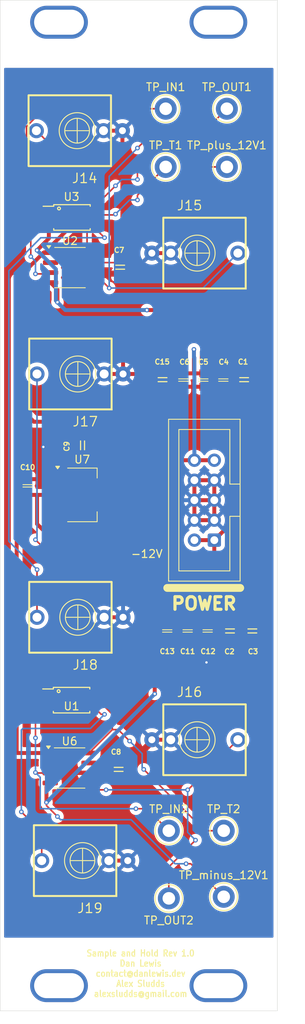
<source format=kicad_pcb>
(kicad_pcb (version 20240108) (generator "pcbnew") (generator_version "8.0")
  (layers (0 "F.Cu" signal) (31 "B.Cu" signal) (34 "B.Paste" user) (35 "F.Paste" user) (36 "B.SilkS" user "B.Silkscreen") (37 "F.SilkS" user "F.Silkscreen") (38 "B.Mask" user) (39 "F.Mask" user) (44 "Edge.Cuts" user))
  (net 0 "")
  (net 1 "+12V")
  (net 2 "GND")
  (net 3 "-12VA")
  (net 4 "5V")
  (net 5 "/out1")
  (net 6 "/out2")
  (net 7 "Net-(U1A--)")
  (net 8 "Net-(U1B--)")
  (net 9 "/T1")
  (net 10 "/T2")
  (net 11 "/Adj1")
  (net 12 "/Adj2")
  (net 13 "Net-(J14-SIG)")
  (net 14 "Net-(J17-SIG)")
  (net 15 "Net-(J18-SIG)")
  (net 16 "Net-(J19-SIG)")
  (net 17 "Net-(U2-I)")
  (net 18 "Net-(U2-Hold)")
  (footprint "TestPoint:TestPoint_Keystone_5005-5009_Compact" (layer "F.Cu") (at 87.4 119.8)
    (property "Reference" "TP_T2" (at 0 -2.75 0) (layer "F.SilkS"))
    (property "Value" "TestPoint" (hide yes))
    (pad "1" thru_hole circle (at 0 0) (size 2.8 2.8) (drill 1.6) (layers "*.Cu" "*.Mask") (net 8 "Net-(U1B--)"))
  )
  (footprint "4ms_Capacitor:C_0805" (layer "F.Cu") (at 79.6 62.45 -90)
    (property "Reference" "C15" (at -2.65 -1 180) (layer "F.SilkS") (effects (font (size 0.65 0.65)) (justify right top)))
    (property "Value" "22uF_0603_16V" (hide yes))
    (pad "1" smd rect (at -0.95 0 270) (size 0.7 1.3) (layers "F.Cu" "F.Paste" "F.Mask") (net 1 "+12V"))
    (pad "2" smd rect (at 0.95 0 270) (size 0.7 1.3) (layers "F.Cu" "F.Paste" "F.Mask") (net 2 "GND"))
  )
  (footprint "TestPoint:TestPoint_Keystone_5005-5009_Compact" (layer "F.Cu") (at 80 35.4)
    (property "Reference" "TP_T1" (at 0 -2.75 0) (layer "F.SilkS"))
    (property "Value" "TestPoint" (hide yes))
    (pad "1" thru_hole circle (at 0 0) (size 2.8 2.8) (drill 1.6) (layers "*.Cu" "*.Mask") (net 18 "Net-(U2-Hold)"))
  )
  (footprint "TestPoint:TestPoint_Keystone_5005-5009_Compact" (layer "F.Cu") (at 87.8 35.4)
    (property "Reference" "TP_plus_12V1" (at 0 -2.75 0) (layer "F.SilkS"))
    (property "Value" "TestPoint" (hide yes))
    (pad "1" thru_hole circle (at 0 0) (size 2.8 2.8) (drill 1.6) (layers "*.Cu" "*.Mask") (net 1 "+12V"))
  )
  (footprint "4ms_Package_SSOP:TSSOP-8_4.4x3mm_Pitch0.65mm" (layer "F.Cu") (at 68.05 41.825)
    (property "Reference" "U3" (at -0.05 -2.625 0) (layer "F.SilkS"))
    (property "Value" "TL072")
    (pad "1" smd rect (at -2.95 -0.975) (size 1.45 0.45) (layers "F.Cu" "F.Paste" "F.Mask") (net 17 "Net-(U2-I)") (clearance 0.1))
    (pad "2" smd rect (at -2.95 -0.325) (size 1.45 0.45) (layers "F.Cu" "F.Paste" "F.Mask") (net 17 "Net-(U2-I)") (clearance 0.1))
    (pad "3" smd rect (at -2.95 0.325) (size 1.45 0.45) (layers "F.Cu" "F.Paste" "F.Mask") (net 13 "Net-(J14-SIG)") (clearance 0.1))
    (pad "4" smd rect (at -2.95 0.975) (size 1.45 0.45) (layers "F.Cu" "F.Paste" "F.Mask") (net 3 "-12VA") (clearance 0.1))
    (pad "5" smd rect (at 2.95 0.975) (size 1.45 0.45) (layers "F.Cu" "F.Paste" "F.Mask") (net 15 "Net-(J18-SIG)") (clearance 0.1))
    (pad "6" smd rect (at 2.95 0.325) (size 1.45 0.45) (layers "F.Cu" "F.Paste" "F.Mask") (net 18 "Net-(U2-Hold)") (clearance 0.1))
    (pad "7" smd rect (at 2.95 -0.325) (size 1.45 0.45) (layers "F.Cu" "F.Paste" "F.Mask") (net 18 "Net-(U2-Hold)") (clearance 0.1))
    (pad "8" smd rect (at 2.95 -0.975) (size 1.45 0.45) (layers "F.Cu" "F.Paste" "F.Mask") (net 1 "+12V") (clearance 0.1))
  )
  (footprint "TestPoint:TestPoint_Keystone_5005-5009_Compact" (layer "F.Cu") (at 80.4 119.8)
    (property "Reference" "TP_IN2" (at 0 -2.75 0) (layer "F.SilkS"))
    (property "Value" "TestPoint" (hide yes))
    (pad "1" thru_hole circle (at 0 0) (size 2.8 2.8) (drill 1.6) (layers "*.Cu" "*.Mask") (net 7 "Net-(U1A--)"))
  )
  (footprint "Package_SO:SOIC-8_3.9x4.9mm_P1.27mm" (layer "F.Cu") (at 67.75 111.825)
    (property "Reference" "U6" (at 0 -3.4 0) (layer "F.SilkS"))
    (property "Value" "LF398_SOIC8" (hide yes))
    (pad "1" smd roundrect (at -2.475 -1.905) (size 1.95 0.6) (layers "F.Cu" "F.Paste" "F.Mask") (net 1 "+12V"))
    (pad "2" smd roundrect (at -2.475 -0.635) (size 1.95 0.6) (layers "F.Cu" "F.Paste" "F.Mask") (net 12 "/Adj2"))
    (pad "3" smd roundrect (at -2.475 0.635) (size 1.95 0.6) (layers "F.Cu" "F.Paste" "F.Mask") (net 7 "Net-(U1A--)"))
    (pad "4" smd roundrect (at -2.475 1.905) (size 1.95 0.6) (layers "F.Cu" "F.Paste" "F.Mask") (net 3 "-12VA"))
    (pad "5" smd roundrect (at 2.475 1.905) (size 1.95 0.6) (layers "F.Cu" "F.Paste" "F.Mask") (net 6 "/out2"))
    (pad "6" smd roundrect (at 2.475 0.635) (size 1.95 0.6) (layers "F.Cu" "F.Paste" "F.Mask") (net 2 "GND"))
    (pad "7" smd roundrect (at 2.475 -0.635) (size 1.95 0.6) (layers "F.Cu" "F.Paste" "F.Mask") (net 10 "/T2"))
    (pad "8" smd roundrect (at 2.475 -1.905) (size 1.95 0.6) (layers "F.Cu" "F.Paste" "F.Mask") (net 8 "Net-(U1B--)"))
  )
  (footprint "4ms_Capacitor:C_0805" (layer "F.Cu") (at 90 62.45 -90)
    (property "Reference" "C1" (at -2.65 -0.6 180) (layer "F.SilkS") (effects (font (size 0.65 0.65)) (justify right top)))
    (property "Value" "22uF_0603_16V" (hide yes))
    (pad "1" smd rect (at -0.95 0 270) (size 0.7 1.3) (layers "F.Cu" "F.Paste" "F.Mask") (net 1 "+12V"))
    (pad "2" smd rect (at 0.95 0 270) (size 0.7 1.3) (layers "F.Cu" "F.Paste" "F.Mask") (net 2 "GND"))
  )
  (footprint "TestPoint:TestPoint_Keystone_5005-5009_Compact" (layer "F.Cu") (at 80.4 128.4)
    (property "Reference" "TP_OUT2" (at 0 2.8 0) (layer "F.SilkS"))
    (property "Value" "TestPoint" (hide yes))
    (pad "1" thru_hole circle (at 0 0) (size 2.8 2.8) (drill 1.6) (layers "*.Cu" "*.Mask") (net 6 "/out2"))
  )
  (footprint "4ms_Capacitor:C_0603" (layer "F.Cu") (at 85.35 94.4 90)
    (property "Reference" "C12" (at -2.6 0.05 180) (layer "F.SilkS") (effects (font (size 0.65 0.65))))
    (property "Value" "100nF_0603_16V" (hide yes))
    (pad "1" smd rect (at -0.85 0 90) (size 1 1) (layers "F.Cu" "F.Paste" "F.Mask") (net 2 "GND"))
    (pad "2" smd rect (at 0.85 0 90) (size 1 1) (layers "F.Cu" "F.Paste" "F.Mask") (net 3 "-12VA"))
  )
  (footprint "4ms_Capacitor:C_0805" (layer "F.Cu") (at 69.4 70.8 180)
    (property "Reference" "C9" (at 2.4 0.6 90) (layer "F.SilkS") (effects (font (size 0.65 0.65)) (justify right top)))
    (property "Value" "0.1uF_0805_50V" (hide yes))
    (pad "1" smd rect (at -0.95 0 180) (size 0.7 1.3) (layers "F.Cu" "F.Paste" "F.Mask") (net 1 "+12V"))
    (pad "2" smd rect (at 0.95 0 180) (size 0.7 1.3) (layers "F.Cu" "F.Paste" "F.Mask") (net 2 "GND"))
  )
  (footprint "4ms_Jack:EighthInch_PJ398SM" (layer "F.Cu") (at 68.8 92.663332)
    (property "Reference" "J18" (at -0.76 6.76 0) (layer "F.SilkS") (effects (font (size 1.2065 1.2065) (thickness 0.1524)) (justify left bottom)))
    (property "Value" "3.5mm_Mono_Switched_sm" (hide yes))
    (pad "1" thru_hole circle (at -5.207 0) (size 1.9304 1.9304) (drill 1.143) (layers "*.Cu" "*.Mask") (net 15 "Net-(J18-SIG)"))
    (pad "2" thru_hole circle (at 5.7658 0) (size 1.9304 1.9304) (drill 0.889) (layers "*.Cu" "*.Mask") (net 2 "GND"))
    (pad "3" thru_hole circle (at 3.3528 0) (size 1.9304 1.9304) (drill 1.143) (layers "*.Cu" "*.Mask") (net 2 "GND"))
  )
  (footprint "4ms_Jack:EighthInch_PJ398SM" (layer "F.Cu") (at 69.4 123.6)
    (property "Reference" "J19" (at -0.76 6.76 0) (layer "F.SilkS") (effects (font (size 1.2065 1.2065) (thickness 0.1524)) (justify left bottom)))
    (property "Value" "3.5mm_Mono_Switched_sm" (hide yes))
    (pad "1" thru_hole circle (at -5.207 0) (size 1.9304 1.9304) (drill 1.143) (layers "*.Cu" "*.Mask") (net 16 "Net-(J19-SIG)"))
    (pad "2" thru_hole circle (at 5.7658 0) (size 1.9304 1.9304) (drill 0.889) (layers "*.Cu" "*.Mask") (net 2 "GND"))
    (pad "3" thru_hole circle (at 3.3528 0) (size 1.9304 1.9304) (drill 1.143) (layers "*.Cu" "*.Mask") (net 2 "GND"))
  )
  (footprint "Package_TO_SOT_SMD:SOT-223-3_TabPin2" (layer "F.Cu") (at 69.35 77.1)
    (property "Reference" "U7" (at 0 -4.5 0) (layer "F.SilkS"))
    (property "Value" "LD1117S50TR_SOT223" (hide yes))
    (pad "1" smd roundrect (at -3.15 -2.3) (size 2 1.5) (layers "F.Cu" "F.Paste" "F.Mask") (net 2 "GND"))
    (pad "2" smd roundrect (at -3.15 0) (size 2 1.5) (layers "F.Cu" "F.Paste" "F.Mask") (net 4 "5V"))
    (pad "2" smd roundrect (at 3.15 0) (size 2 3.8) (layers "F.Cu" "F.Paste" "F.Mask") (net 4 "5V"))
    (pad "3" smd roundrect (at -3.15 2.3) (size 2 1.5) (layers "F.Cu" "F.Paste" "F.Mask") (net 1 "+12V"))
  )
  (footprint "4ms_Jack:EighthInch_PJ398SM" (layer "F.Cu") (at 68.8 61.726666)
    (property "Reference" "J17" (at -0.76 6.76 0) (layer "F.SilkS") (effects (font (size 1.2065 1.2065) (thickness 0.1524)) (justify left bottom)))
    (property "Value" "3.5mm_Mono_Switched_sm" (hide yes))
    (pad "1" thru_hole circle (at -5.207 0) (size 1.9304 1.9304) (drill 1.143) (layers "*.Cu" "*.Mask") (net 14 "Net-(J17-SIG)"))
    (pad "2" thru_hole circle (at 5.7658 0) (size 1.9304 1.9304) (drill 0.889) (layers "*.Cu" "*.Mask") (net 2 "GND"))
    (pad "3" thru_hole circle (at 3.3528 0) (size 1.9304 1.9304) (drill 1.143) (layers "*.Cu" "*.Mask") (net 2 "GND"))
  )
  (footprint "4ms_Capacitor:C_0603" (layer "F.Cu") (at 82.8 94.4 90)
    (property "Reference" "C11" (at -2.6 0 180) (layer "F.SilkS") (effects (font (size 0.65 0.65))))
    (property "Value" "100nF_0603_16V" (hide yes))
    (pad "1" smd rect (at -0.85 0 90) (size 1 1) (layers "F.Cu" "F.Paste" "F.Mask") (net 2 "GND"))
    (pad "2" smd rect (at 0.85 0 90) (size 1 1) (layers "F.Cu" "F.Paste" "F.Mask") (net 3 "-12VA"))
  )
  (footprint "4ms_Capacitor:C_0603" (layer "F.Cu") (at 62.4 75.95 90)
    (property "Reference" "C10" (at 2.35 0 180) (layer "F.SilkS") (effects (font (size 0.65 0.65))))
    (property "Value" "10uF_0603_10V" (hide yes))
    (pad "1" smd rect (at -0.85 0 90) (size 1 1) (layers "F.Cu" "F.Paste" "F.Mask") (net 4 "5V"))
    (pad "2" smd rect (at 0.85 0 90) (size 1 1) (layers "F.Cu" "F.Paste" "F.Mask") (net 2 "GND"))
  )
  (footprint "4ms_Capacitor:C_0603" (layer "F.Cu") (at 87.35 62.5 -90)
    (property "Reference" "C4" (at -2.3 -0.05 180) (layer "F.SilkS") (effects (font (size 0.65 0.65))))
    (property "Value" "100nF_0603_16V" (hide yes))
    (pad "1" smd rect (at -0.85 0 270) (size 1 1) (layers "F.Cu" "F.Paste" "F.Mask") (net 1 "+12V"))
    (pad "2" smd rect (at 0.85 0 270) (size 1 1) (layers "F.Cu" "F.Paste" "F.Mask") (net 2 "GND"))
  )
  (footprint "4ms_Capacitor:C_0805" (layer "F.Cu") (at 88.2 94.4 90)
    (property "Reference" "C2" (at -3 -0.8 180) (layer "F.SilkS") (effects (font (size 0.65 0.65)) (justify left bottom)))
    (property "Value" "22uF_0603_16V" (hide yes))
    (pad "1" smd rect (at -0.95 0 90) (size 0.7 1.3) (layers "F.Cu" "F.Paste" "F.Mask") (net 2 "GND"))
    (pad "2" smd rect (at 0.95 0 90) (size 0.7 1.3) (layers "F.Cu" "F.Paste" "F.Mask") (net 3 "-12VA"))
  )
  (footprint "4ms_Jack:EighthInch_PJ398SM" (layer "F.Cu") (at 68.72 30.79)
    (property "Reference" "J14" (at -0.76 6.76 0) (layer "F.SilkS") (effects (font (size 1.2065 1.2065) (thickness 0.1524)) (justify left bottom)))
    (property "Value" "3.5mm_Mono_Switched_sm" (hide yes))
    (pad "1" thru_hole circle (at -5.207 0) (size 1.9304 1.9304) (drill 1.143) (layers "*.Cu" "*.Mask") (net 13 "Net-(J14-SIG)"))
    (pad "2" thru_hole circle (at 5.7658 0) (size 1.9304 1.9304) (drill 0.889) (layers "*.Cu" "*.Mask") (net 2 "GND"))
    (pad "3" thru_hole circle (at 3.3528 0) (size 1.9304 1.9304) (drill 1.143) (layers "*.Cu" "*.Mask") (net 2 "GND"))
  )
  (footprint "4ms_Faceplate:Faceplate_Rail_Mount_Slot_Plated" (layer "F.Cu") (at 86.8 139.2)
    (property "Reference" "H3" (hide yes))
    (property "Value" "MountingHole" (hide yes))
    (pad "1" thru_hole oval (at -0.08 0.3) (size 7.366 4.191) (drill oval 6.35 3.175) (layers "*.Cu" "*.Mask"))
  )
  (footprint "4ms_Jack:EighthInch_PJ398SM" (layer "F.Cu") (at 84 46.358333 180)
    (property "Reference" "J15" (at -0.76 6.76 360) (layer "F.SilkS") (effects (font (size 1.2065 1.2065) (thickness 0.1524)) (justify right top)))
    (property "Value" "3.5mm_Mono_Switched_sm" (hide yes))
    (pad "1" thru_hole circle (at -5.207 0 180) (size 1.9304 1.9304) (drill 1.143) (layers "*.Cu" "*.Mask") (net 5 "/out1"))
    (pad "2" thru_hole circle (at 5.7658 0 180) (size 1.9304 1.9304) (drill 0.889) (layers "*.Cu" "*.Mask") (net 2 "GND"))
    (pad "3" thru_hole circle (at 3.3528 0 180) (size 1.9304 1.9304) (drill 1.143) (layers "*.Cu" "*.Mask") (net 2 "GND"))
  )
  (footprint "4ms_Capacitor:C_0603" (layer "F.Cu") (at 80.2 94.4 90)
    (property "Reference" "C13" (at -2.6 0 180) (layer "F.SilkS") (effects (font (size 0.65 0.65))))
    (property "Value" "100nF_0603_16V" (hide yes))
    (pad "1" smd rect (at -0.85 0 90) (size 1 1) (layers "F.Cu" "F.Paste" "F.Mask") (net 2 "GND"))
    (pad "2" smd rect (at 0.85 0 90) (size 1 1) (layers "F.Cu" "F.Paste" "F.Mask") (net 3 "-12VA"))
  )
  (footprint "TestPoint:TestPoint_Keystone_5005-5009_Compact" (layer "F.Cu") (at 87.8 28)
    (property "Reference" "TP_OUT1" (at 0 -2.75 0) (layer "F.SilkS"))
    (property "Value" "TestPoint" (hide yes))
    (pad "1" thru_hole circle (at 0 0) (size 2.8 2.8) (drill 1.6) (layers "*.Cu" "*.Mask") (net 5 "/out1"))
  )
  (footprint "4ms_Faceplate:Faceplate_Rail_Mount_Slot_Plated" (layer "F.Cu") (at 97.2 17.8)
    (property "Reference" "H1" (hide yes))
    (property "Value" "MountingHole" (hide yes))
    (pad "1" thru_hole oval (at -10.48 -0.8) (size 7.366 4.191) (drill oval 6.35 3.175) (layers "*.Cu" "*.Mask"))
  )
  (footprint "4ms_Faceplate:Faceplate_Rail_Mount_Slot_Plated" (layer "F.Cu") (at 67.4 143.8)
    (property "Reference" "H4" (hide yes))
    (property "Value" "MountingHole" (hide yes))
    (pad "1" thru_hole oval (at -1 -4.3) (size 7.366 4.191) (drill oval 6.35 3.175) (layers "*.Cu" "*.Mask"))
  )
  (footprint "4ms_Connector:Pins_2x05_2.54mm_TH_EurorackPower_Shrouded" (layer "F.Cu") (at 84.93 77.7745)
    (property "Reference" "J12")
    (property "Value" "Eurorack_Power_10pin_Shrouded" (hide yes))
    (fp_text user "-12V" (at -7.33 6.8255 0) (layer "F.SilkS"))
    (fp_text user "POWER" (at -0.05 13.15 0) (layer "F.SilkS") (effects (font (size 1.6 1.6) (thickness 0.4))))
    (pad "1" thru_hole roundrect (at 1.27 5.08 180) (size 1.7 1.7) (drill 1) (layers "*.Cu" "*.Mask") (roundrect_rratio 0.147059) (net 3 "-12VA"))
    (pad "2" thru_hole circle (at -1.27 5.08 180) (size 1.7 1.7) (drill 1) (layers "*.Cu" "*.Mask") (net 3 "-12VA"))
    (pad "3" thru_hole circle (at 1.27 2.54 180) (size 1.7 1.7) (drill 1) (layers "*.Cu" "*.Mask") (net 2 "GND"))
    (pad "4" thru_hole circle (at -1.27 2.54 180) (size 1.7 1.7) (drill 1) (layers "*.Cu" "*.Mask") (net 2 "GND"))
    (pad "5" thru_hole circle (at 1.27 0 180) (size 1.7 1.7) (drill 1) (layers "*.Cu" "*.Mask") (net 2 "GND"))
    (pad "6" thru_hole circle (at -1.27 0 180) (size 1.7 1.7) (drill 1) (layers "*.Cu" "*.Mask") (net 2 "GND"))
    (pad "7" thru_hole circle (at 1.27 -2.54 180) (size 1.7 1.7) (drill 1) (layers "*.Cu" "*.Mask") (net 2 "GND"))
    (pad "8" thru_hole circle (at -1.27 -2.54 180) (size 1.7 1.7) (drill 1) (layers "*.Cu" "*.Mask") (net 2 "GND"))
    (pad "9" thru_hole circle (at 1.27 -5.08 180) (size 1.7 1.7) (drill 1) (layers "*.Cu" "*.Mask") (net 1 "+12V"))
    (pad "10" thru_hole circle (at -1.27 -5.08 180) (size 1.7 1.7) (drill 1) (layers "*.Cu" "*.Mask") (net 1 "+12V"))
  )
  (footprint "Package_SO:SOIC-8_3.9x4.9mm_P1.27mm" (layer "F.Cu") (at 67.8 48.2)
    (property "Reference" "U2" (at 0 -3.4 0) (layer "F.SilkS"))
    (property "Value" "LF398_SOIC8")
    (pad "1" smd roundrect (at -2.475 -1.905) (size 1.95 0.6) (layers "F.Cu" "F.Paste" "F.Mask") (net 1 "+12V"))
    (pad "2" smd roundrect (at -2.475 -0.635) (size 1.95 0.6) (layers "F.Cu" "F.Paste" "F.Mask") (net 11 "/Adj1"))
    (pad "3" smd roundrect (at -2.475 0.635) (size 1.95 0.6) (layers "F.Cu" "F.Paste" "F.Mask") (net 17 "Net-(U2-I)"))
    (pad "4" smd roundrect (at -2.475 1.905) (size 1.95 0.6) (layers "F.Cu" "F.Paste" "F.Mask") (net 3 "-12VA"))
    (pad "5" smd roundrect (at 2.475 1.905) (size 1.95 0.6) (layers "F.Cu" "F.Paste" "F.Mask") (net 5 "/out1"))
    (pad "6" smd roundrect (at 2.475 0.635) (size 1.95 0.6) (layers "F.Cu" "F.Paste" "F.Mask") (net 2 "GND"))
    (pad "7" smd roundrect (at 2.475 -0.635) (size 1.95 0.6) (layers "F.Cu" "F.Paste" "F.Mask") (net 9 "/T1"))
    (pad "8" smd roundrect (at 2.475 -1.905) (size 1.95 0.6) (layers "F.Cu" "F.Paste" "F.Mask") (net 18 "Net-(U2-Hold)"))
  )
  (footprint "4ms_Capacitor:C_0805" (layer "F.Cu") (at 91.05 94.4 90)
    (property "Reference" "C3" (at -3 -0.65 180) (layer "F.SilkS") (effects (font (size 0.65 0.65)) (justify left bottom)))
    (property "Value" "22uF_0603_16V" (hide yes))
    (pad "1" smd rect (at -0.95 0 90) (size 0.7 1.3) (layers "F.Cu" "F.Paste" "F.Mask") (net 2 "GND"))
    (pad "2" smd rect (at 0.95 0 90) (size 0.7 1.3) (layers "F.Cu" "F.Paste" "F.Mask") (net 3 "-12VA"))
  )
  (footprint "4ms_Capacitor:C_0805" (layer "F.Cu") (at 74.2 48.15 -90)
    (property "Reference" "C7" (at -2.55 -0.6 180) (layer "F.SilkS") (effects (font (size 0.65 0.65)) (justify right top)))
    (property "Value" "0.1uF_0805_50V")
    (pad "1" smd rect (at -0.95 0 270) (size 0.7 1.3) (layers "F.Cu" "F.Paste" "F.Mask") (net 9 "/T1"))
    (pad "2" smd rect (at 0.95 0 270) (size 0.7 1.3) (layers "F.Cu" "F.Paste" "F.Mask") (net 2 "GND"))
  )
  (footprint "TestPoint:TestPoint_Keystone_5005-5009_Compact" (layer "F.Cu") (at 87.4 128.2)
    (property "Reference" "TP_minus_12V1" (at 0 -2.75 0) (layer "F.SilkS"))
    (property "Value" "TestPoint" (hide yes))
    (pad "1" thru_hole circle (at 0 0) (size 2.8 2.8) (drill 1.6) (layers "*.Cu" "*.Mask") (net 3 "-12VA"))
  )
  (footprint "4ms_Capacitor:C_0805" (layer "F.Cu") (at 74 112 -90)
    (property "Reference" "C8" (at -2.6 -0.4 180) (layer "F.SilkS") (effects (font (size 0.65 0.65)) (justify right top)))
    (property "Value" "0.1uF_0805_50V" (hide yes))
    (pad "1" smd rect (at -0.95 0 270) (size 0.7 1.3) (layers "F.Cu" "F.Paste" "F.Mask") (net 10 "/T2"))
    (pad "2" smd rect (at 0.95 0 270) (size 0.7 1.3) (layers "F.Cu" "F.Paste" "F.Mask") (net 2 "GND"))
  )
  (footprint "4ms_Package_SSOP:TSSOP-8_4.4x3mm_Pitch0.65mm" (layer "F.Cu") (at 68 103.2)
    (property "Reference" "U1" (at 0 0.775 0) (layer "F.SilkS"))
    (property "Value" "TL072")
    (pad "1" smd rect (at -2.95 -0.975) (size 1.45 0.45) (layers "F.Cu" "F.Paste" "F.Mask") (net 7 "Net-(U1A--)") (clearance 0.1))
    (pad "2" smd rect (at -2.95 -0.325) (size 1.45 0.45) (layers "F.Cu" "F.Paste" "F.Mask") (net 7 "Net-(U1A--)") (clearance 0.1))
    (pad "3" smd rect (at -2.95 0.325) (size 1.45 0.45) (layers "F.Cu" "F.Paste" "F.Mask") (net 14 "Net-(J17-SIG)") (clearance 0.1))
    (pad "4" smd rect (at -2.95 0.975) (size 1.45 0.45) (layers "F.Cu" "F.Paste" "F.Mask") (net 2 "GND") (clearance 0.1))
    (pad "5" smd rect (at 2.95 0.975) (size 1.45 0.45) (layers "F.Cu" "F.Paste" "F.Mask") (net 16 "Net-(J19-SIG)") (clearance 0.1))
    (pad "6" smd rect (at 2.95 0.325) (size 1.45 0.45) (layers "F.Cu" "F.Paste" "F.Mask") (net 8 "Net-(U1B--)") (clearance 0.1))
    (pad "7" smd rect (at 2.95 -0.325) (size 1.45 0.45) (layers "F.Cu" "F.Paste" "F.Mask") (net 8 "Net-(U1B--)") (clearance 0.1))
    (pad "8" smd rect (at 2.95 -0.975) (size 1.45 0.45) (layers "F.Cu" "F.Paste" "F.Mask") (net 4 "5V") (clearance 0.1))
  )
  (footprint "TestPoint:TestPoint_Keystone_5005-5009_Compact" (layer "F.Cu") (at 80 28)
    (property "Reference" "TP_IN1" (at 0 -2.75 0) (layer "F.SilkS"))
    (property "Value" "TestPoint" (hide yes))
    (pad "1" thru_hole circle (at 0 0) (size 2.8 2.8) (drill 1.6) (layers "*.Cu" "*.Mask") (net 17 "Net-(U2-I)"))
  )
  (footprint "4ms_Jack:EighthInch_PJ398SM" (layer "F.Cu") (at 84 108.231666 180)
    (property "Reference" "J16" (at -0.76 6.76 360) (layer "F.SilkS") (effects (font (size 1.2065 1.2065) (thickness 0.1524)) (justify right top)))
    (property "Value" "3.5mm_Mono_Switched_sm" (hide yes))
    (pad "1" thru_hole circle (at -5.207 0 180) (size 1.9304 1.9304) (drill 1.143) (layers "*.Cu" "*.Mask") (net 6 "/out2"))
    (pad "2" thru_hole circle (at 5.7658 0 180) (size 1.9304 1.9304) (drill 0.889) (layers "*.Cu" "*.Mask") (net 2 "GND"))
    (pad "3" thru_hole circle (at 3.3528 0 180) (size 1.9304 1.9304) (drill 1.143) (layers "*.Cu" "*.Mask") (net 2 "GND"))
  )
  (footprint "4ms_Faceplate:Faceplate_Rail_Mount_Slot_Plated" (layer "F.Cu") (at 66.6 20)
    (property "Reference" "H2" (hide yes))
    (property "Value" "MountingHole" (hide yes))
    (pad "1" thru_hole oval (at -0.2 -3) (size 7.366 4.191) (drill oval 6.35 3.175) (layers "*.Cu" "*.Mask"))
  )
  (footprint "4ms_Capacitor:C_0603" (layer "F.Cu") (at 82.25 62.5 -90)
    (property "Reference" "C6" (at -2.3 -0.15 180) (layer "F.SilkS") (effects (font (size 0.65 0.65))))
    (property "Value" "100nF_0603_16V" (hide yes))
    (pad "1" smd rect (at -0.85 0 270) (size 1 1) (layers "F.Cu" "F.Paste" "F.Mask") (net 1 "+12V"))
    (pad "2" smd rect (at 0.85 0 270) (size 1 1) (layers "F.Cu" "F.Paste" "F.Mask") (net 2 "GND"))
  )
  (footprint "4ms_Capacitor:C_0603" (layer "F.Cu") (at 84.8 62.5 -90)
    (property "Reference" "C5" (at -2.3 0 180) (layer "F.SilkS") (effects (font (size 0.65 0.65))))
    (property "Value" "100nF_0603_16V" (hide yes))
    (pad "1" smd rect (at -0.85 0 270) (size 1 1) (layers "F.Cu" "F.Paste" "F.Mask") (net 1 "+12V"))
    (pad "2" smd rect (at 0.85 0 270) (size 1 1) (layers "F.Cu" "F.Paste" "F.Mask") (net 2 "GND"))
  )
  (gr_rect (start 58.9 14.2) (end 94.24 142.7) (stroke (width 0.05)) (fill none) (layer "Edge.Cuts"))
  (gr_text "Sample and Hold Rev 1.0\nDan Lewis\ncontact@danlewis.dev\nAlex Sludds\nalexsludds@gmail.com" (at 76.8 141 0) (layer "F.SilkS") (effects (font (size 0.8 0.7) (thickness 0.15) (bold yes)) (justify bottom)))
  (segment (start 61 65.4) (end 61 109.8) (width 0.5) (layer "F.Cu") (net 1))
  (segment (start 73.6 37.8) (end 71 40.4) (width 0.2) (layer "F.Cu") (net 1))
  (segment (start 83.6 61.65) (end 83.6 58.6) (width 0.5) (layer "F.Cu") (net 1))
  (segment (start 81.6945 72.6945) (end 79.8 70.8) (width 0.5) (layer "F.Cu") (net 1))
  (segment (start 65.325 45.525) (end 70 40.85) (width 0.5) (layer "F.Cu") (net 1))
  (segment (start 63.2 67.8) (end 61 65.6) (width 0.5) (layer "F.Cu") (net 1))
  (segment (start 90 61.5) (end 87.5 61.5) (width 0.5) (layer "F.Cu") (net 1))
  (segment (start 70 40.85) (end 71 40.85) (width 0.5) (layer "F.Cu") (net 1))
  (segment (start 82.25 61.65) (end 83.6 61.65) (width 0.5) (layer "F.Cu") (net 1))
  (segment (start 61 109.8) (end 61.12 109.92) (width 0.5) (layer "F.Cu") (net 1))
  (segment (start 70.35 75.25) (end 66.2 79.4) (width 0.5) (layer "F.Cu") (net 1))
  (segment (start 64.436371 46.295) (end 65.325 46.295) (width 0.5) (layer "F.Cu") (net 1))
  (segment (start 76.4 35) (end 76.4 37) (width 0.2) (layer "F.Cu") (net 1))
  (segment (start 78.6 32.8) (end 76.4 35) (width 0.2) (layer "F.Cu") (net 1))
  (segment (start 86.2 72.6945) (end 83.66 72.6945) (width 0.5) (layer "F.Cu") (net 1))
  (segment (start 70.35 70.8) (end 67.35 67.8) (width 0.5) (layer "F.Cu") (net 1))
  (segment (start 83.66 72.6945) (end 81.6945 72.6945) (width 0.5) (layer "F.Cu") (net 1))
  (segment (start 71 40.4) (end 71 40.85) (width 0.2) (layer "F.Cu") (net 1))
  (segment (start 61 65.6) (end 61 65.4) (width 0.5) (layer "F.Cu") (net 1))
  (segment (start 82.6 32.8) (end 78.6 32.8) (width 0.2) (layer "F.Cu") (net 1))
  (segment (start 83.6 61.65) (end 84.8 61.65) (width 0.5) (layer "F.Cu") (net 1))
  (segment (start 70.35 70.8) (end 70.35 75.25) (width 0.5) (layer "F.Cu") (net 1))
  (segment (start 61.12 109.92) (end 65.275 109.92) (width 0.5) (layer "F.Cu") (net 1))
  (segment (start 65.325 46.295) (end 65.325 45.525) (width 0.5) (layer "F.Cu") (net 1))
  (segment (start 61 49.731371) (end 64.436371 46.295) (width 0.5) (layer "F.Cu") (net 1))
  (segment (start 79.6 61.5) (end 82.1 61.5) (width 0.5) (layer "F.Cu") (net 1))
  (segment (start 79.8 70.8) (end 70.35 70.8) (width 0.5) (layer "F.Cu") (net 1))
  (segment (start 87.35 61.65) (end 84.8 61.65) (width 0.5) (layer "F.Cu") (net 1))
  (segment (start 67.35 67.8) (end 63.2 67.8) (width 0.5) (layer "F.Cu") (net 1))
  (segment (start 61 65.4) (end 61 49.731371) (width 0.5) (layer "F.Cu") (net 1))
  (segment (start 87.5 61.5) (end 87.35 61.65) (width 0.5) (layer "F.Cu") (net 1))
  (segment (start 87.8 35.4) (end 85.2 35.4) (width 0.2) (layer "F.Cu") (net 1))
  (segment (start 82.1 61.5) (end 82.25 61.65) (width 0.5) (layer "F.Cu") (net 1))
  (segment (start 85.2 35.4) (end 82.6 32.8) (width 0.2) (layer "F.Cu") (net 1))
  (via (at 83.6 58.6) (size 0.6) (drill 0.3) (layers "F.Cu" "B.Cu") (net 1))
  (via (at 76.4 37) (size 0.6) (drill 0.3) (layers "F.Cu" "B.Cu") (net 1))
  (via (at 73.6 37.8) (size 0.6) (drill 0.3) (layers "F.Cu" "B.Cu") (net 1))
  (segment (start 83.6 58.6) (end 83.6 59.6) (width 0.5) (layer "B.Cu") (net 1))
  (segment (start 83.6 59.6) (end 83.66 59.66) (width 0.5) (layer "B.Cu") (net 1))
  (segment (start 83.66 59.66) (end 83.66 72.6945) (width 0.5) (layer "B.Cu") (net 1))
  (segment (start 76.4 37) (end 74.4 37) (width 0.2) (layer "B.Cu") (net 1))
  (segment (start 74.4 37) (end 73.6 37.8) (width 0.2) (layer "B.Cu") (net 1))
  (segment (start 74.5658 61.726666) (end 72.1528 61.726666) (width 0.5) (layer "F.Cu") (net 2))
  (segment (start 87.35 63.35) (end 89.95 63.35) (width 0.5) (layer "F.Cu") (net 2))
  (segment (start 90 71.4345) (end 86.2 75.2345) (width 0.5) (layer "F.Cu") (net 2))
  (segment (start 74.4858 42.609933) (end 78.2342 46.358333) (width 0.5) (layer "F.Cu") (net 2))
  (segment (start 74 112.95) (end 70.715 112.95) (width 0.5) (layer "F.Cu") (net 2))
  (segment (start 72.1528 92.663332) (end 74.5658 92.663332) (width 0.5) (layer "F.Cu") (net 2))
  (segment (start 78.2342 108.231666) (end 80.6472 108.231666) (width 0.5) (layer "F.Cu") (net 2))
  (segment (start 68.45 72.55) (end 66.2 74.8) (width 0.5) (layer "F.Cu") (net 2))
  (segment (start 83.66 77.7745) (end 83.66 80.3145) (width 0.5) (layer "F.Cu") (net 2))
  (segment (start 85.2 95.4) (end 85.35 95.25) (width 0.5) (layer "F.Cu") (net 2))
  (segment (start 66.275 104.175) (end 70.4 100.05) (width 0.5) (layer "F.Cu") (net 2))
  (segment (start 85.35 95.25) (end 88.1 95.25) (width 0.5) (layer "F.Cu") (net 2))
  (segment (start 66.2 74.8) (end 66.2 72.8) (width 0.5) (layer "F.Cu") (net 2))
  (segment (start 83.66 75.2345) (end 83.66 77.7745) (width 0.5) (layer "F.Cu") (net 2))
  (segment (start 78.2342 108.7158) (end 78.2342 108.231666) (width 0.5) (layer "F.Cu") (net 2))
  (segment (start 84.8 63.35) (end 82.25 63.35) (width 0.5) (layer "F.Cu") (net 2))
  (segment (start 78.2342 46.358333) (end 80.6472 46.358333) (width 0.5) (layer "F.Cu") (net 2))
  (segment (start 74.5658 49.4658) (end 74.2 49.1) (width 0.5) (layer "F.Cu") (net 2))
  (segment (start 70.4 100.05) (end 70.4 94.416132) (width 0.5) (layer "F.Cu") (net 2))
  (segment (start 66.2 72.8) (end 64.4 71) (width 0.5) (layer "F.Cu") (net 2))
  (segment (start 72.7528 123.6) (end 75.1658 123.6) (width 0.5) (layer "F.Cu") (net 2))
  (segment (start 86.2 75.2345) (end 86.2 77.7745) (width 0.5) (layer "F.Cu") (net 2))
  (segment (start 73.935 48.835) (end 74.2 49.1) (width 0.5) (layer "F.Cu") (net 2))
  (segment (start 70.225 112.46) (end 69.250001 112.46) (width 0.5) (layer "F.Cu") (net 2))
  (segment (start 77.926666 61.726666) (end 79.6 63.4) (width 0.5) (layer "F.Cu") (net 2))
  (segment (start 89.95 63.35) (end 90 63.4) (width 0.5) (layer "F.Cu") (net 2))
  (segment (start 74 112.95) (end 78.2342 108.7158) (width 0.5) (layer "F.Cu") (net 2))
  (segment (start 70.715 112.95) (end 70.225 112.46) (width 0.5) (layer "F.Cu") (net 2))
  (segment (start 83.66 80.3145) (end 86.2 80.3145) (width 0.5) (layer "F.Cu") (net 2))
  (segment (start 74.5658 61.726666) (end 74.5658 49.4658) (width 0.5) (layer "F.Cu") (net 2))
  (segment (start 79.65 63.35) (end 79.6 63.4) (width 0.5) (layer "F.Cu") (net 2))
  (segment (start 88.2 95.35) (end 91.05 95.35) (width 0.5) (layer "F.Cu") (net 2))
  (segment (start 65.9 75.1) (end 66.2 74.8) (width 0.5) (layer "F.Cu") (net 2))
  (segment (start 74 112.95) (end 74 122.4342) (width 0.5) (layer "F.Cu") (net 2))
  (segment (start 82.25 63.35) (end 79.65 63.35) (width 0.5) (layer "F.Cu") (net 2))
  (segment (start 70.275 48.835) (end 73.935 48.835) (width 0.5) (layer "F.Cu") (net 2))
  (segment (start 66.8 105.925) (end 65.05 104.175) (width 0.5) (layer "F.Cu") (net 2))
  (segment (start 69.250001 112.46) (end 66.8 110.009999) (width 0.5) (layer "F.Cu") (net 2))
  (segment (start 74.5658 61.726666) (end 77.926666 61.726666) (width 0.5) (layer "F.Cu") (net 2))
  (segment (start 87.35 63.35) (end 84.8 63.35) (width 0.5) (layer "F.Cu") (net 2))
  (segment (start 66.8 110.009999) (end 66.8 105.925) (width 0.5) (layer "F.Cu") (net 2))
  (segment (start 88.1 95.25) (end 88.2 95.35) (width 0.5) (layer "F.Cu") (net 2))
  (segment (start 65.05 104.175) (end 66.275 104.175) (width 0.5) (layer "F.Cu") (net 2))
  (segment (start 80.2 95.25) (end 82.8 95.25) (width 0.5) (layer "F.Cu") (net 2))
  (segment (start 86.2 80.3145) (end 86.2 77.7745) (width 0.5) (layer "F.Cu") (net 2))
  (segment (start 90 63.4) (end 90 71.4345) (width 0.5) (layer "F.Cu") (net 2))
  (segment (start 62.4 75.1) (end 65.9 75.1) (width 0.5) (layer "F.Cu") (net 2))
  (segment (start 70.4 94.416132) (end 72.1528 92.663332) (width 0.5) (layer "F.Cu") (net 2))
  (segment (start 82.8 95.25) (end 85.35 95.25) (width 0.5) (layer "F.Cu") (net 2))
  (segment (start 85.2 98.4) (end 85.2 95.4) (width 0.5) (layer "F.Cu") (net 2))
  (segment (start 74 122.4342) (end 75.1658 123.6) (width 0.5) (layer "F.Cu") (net 2))
  (segment (start 68.45 70.8) (end 68.45 72.55) (width 0.5) (layer "F.Cu") (net 2))
  (segment (start 86.2 75.2345) (end 83.66 75.2345) (width 0.5) (layer "F.Cu") (net 2))
  (segment (start 74.2 49.1) (end 75.492533 49.1) (width 0.5) (layer "F.Cu") (net 2))
  (segment (start 72.0728 30.79) (end 74.4858 30.79) (width 0.5) (layer "F.Cu") (net 2))
  (segment (start 83.66 77.7745) (end 86.2 77.7745) (width 0.5) (layer "F.Cu") (net 2))
  (segment (start 75.492533 49.1) (end 78.2342 46.358333) (width 0.5) (layer "F.Cu") (net 2))
  (segment (start 74.4858 30.79) (end 74.4858 42.609933) (width 0.5) (layer "F.Cu") (net 2))
  (via (at 85.2 98.4) (size 0.6) (drill 0.3) (layers "F.Cu" "B.Cu") (net 2))
  (via (at 64.4 71) (size 0.6) (drill 0.3) (layers "F.Cu" "B.Cu") (net 2))
  (segment (start 74.5658 92.663332) (end 80.302468 98.4) (width 0.5) (layer "B.Cu") (net 2))
  (segment (start 64.4 71) (end 71.1745 77.7745) (width 0.5) (layer "B.Cu") (net 2))
  (segment (start 74.5658 89.4087) (end 83.66 80.3145) (width 0.5) (layer "B.Cu") (net 2))
  (segment (start 80.4 98.4) (end 85.2 98.4) (width 0.5) (layer "B.Cu") (net 2))
  (segment (start 71.1745 77.7745) (end 83.66 77.7745) (width 0.5) (layer "B.Cu") (net 2))
  (segment (start 80.302468 98.4) (end 80.4 98.4) (width 0.5) (layer "B.Cu") (net 2))
  (segment (start 74.5658 92.663332) (end 74.5658 89.4087) (width 0.5) (layer "B.Cu") (net 2))
  (segment (start 65.1 44.5) (end 63.6 46) (width 0.5) (layer "F.Cu") (net 3))
  (segment (start 85.35 93.55) (end 82.8 93.55) (width 0.5) (layer "F.Cu") (net 3))
  (segment (start 87.4 128.2) (end 83.2 124) (width 0.2) (layer "F.Cu") (net 3))
  (segment (start 84 53.6) (end 77.6 53.6) (width 0.5) (layer "F.Cu") (net 3))
  (segment (start 83.2 124) (end 82.6 124) (width 0.2) (layer "F.Cu") (net 3))
  (segment (start 64.8 114.205) (end 65.275 113.73) (width 0.5) (layer "F.Cu") (net 3))
  (segment (start 85.45 93.45) (end 85.35 93.55) (width 0.5) (layer "F.Cu") (net 3))
  (segment (start 65.1 42.8) (end 65.1 44.5) (width 0.5) (layer "F.Cu") (net 3))
  (segment (start 91.4 61) (end 84 53.6) (width 0.5) (layer "F.Cu") (net 3))
  (segment (start 91.05 93.45) (end 88.2 93.45) (width 0.5) (layer "F.Cu") (net 3))
  (segment (start 64.8 116.2) (end 64.8 114.205) (width 0.5) (layer "F.Cu") (net 3))
  (segment (start 80.2 93.55) (end 78.6 95.15) (width 0.5) (layer "F.Cu") (net 3))
  (segment (start 86.2 82.8545) (end 83.66 82.8545) (width 0.5) (layer "F.Cu") (net 3))
  (segment (start 91.4 77.6545) (end 91.4 65.8) (width 0.5) (layer "F.Cu") (net 3))
  (segment (start 88.2 93.45) (end 85.45 93.45) (width 0.5) (layer "F.Cu") (net 3))
  (segment (start 86.2 82.8545) (end 86.2 92.7) (width 0.5) (layer "F.Cu") (net 3))
  (segment (start 86.2 92.7) (end 85.35 93.55) (width 0.5) (layer "F.Cu") (net 3))
  (segment (start 66.2 50.98) (end 65.325 50.105) (width 0.5) (layer "F.Cu") (net 3))
  (segment (start 66.2 52.6) (end 66.2 50.98) (width 0.5) (layer "F.Cu") (net 3))
  (segment (start 66.2 118) (end 64.8 116.6) (width 0.2) (layer "F.Cu") (net 3))
  (segment (start 86.2 82.8545) (end 91.4 77.6545) (width 0.5) (layer "F.Cu") (net 3))
  (segment (start 82.8 93.55) (end 80.2 93.55) (width 0.5) (layer "F.Cu") (net 3))
  (segment (start 91.4 65.8) (end 91.4 61) (width 0.5) (layer "F.Cu") (net 3))
  (segment (start 64.8 116.6) (end 64.8 116.2) (width 0.2) (layer "F.Cu") (net 3))
  (segment (start 78.6 95.15) (end 78.6 102.4) (width 0.5) (layer "F.Cu") (net 3))
  (via (at 63.6 46) (size 0.6) (drill 0.3) (layers "F.Cu" "B.Cu") (net 3))
  (via (at 77.6 53.6) (size 0.6) (drill 0.3) (layers "F.Cu" "B.Cu") (net 3))
  (via (at 82.6 124) (size 0.6) (drill 0.3) (layers "F.Cu" "B.Cu") (net 3))
  (via (at 78.6 102.4) (size 0.6) (drill 0.3) (layers "F.Cu" "B.Cu") (net 3))
  (via (at 66.2 52.6) (size 0.6) (drill 0.3) (layers "F.Cu" "B.Cu") (net 3))
  (via (at 64.8 116.2) (size 0.6) (drill 0.3) (layers "F.Cu" "B.Cu") (net 3))
  (via (at 66.2 118) (size 0.6) (drill 0.3) (layers "F.Cu" "B.Cu") (net 3))
  (segment (start 78.6 102.4) (end 64.8 116.2) (width 0.5) (layer "B.Cu") (net 3))
  (segment (start 67.2 53.6) (end 66.2 52.6) (width 0.5) (layer "B.Cu") (net 3))
  (segment (start 66 48.4) (end 66 52.4) (width 0.5) (layer "B.Cu") (net 3))
  (segment (start 66.6 118.4) (end 66.2 118) (width 0.2) (layer "B.Cu") (net 3))
  (segment (start 82.6 124) (end 81.2 124) (width 0.2) (layer "B.Cu") (net 3))
  (segment (start 77.6 53.6) (end 67.2 53.6) (width 0.5) (layer "B.Cu") (net 3))
  (segment (start 75.6 118.4) (end 66.6 118.4) (width 0.2) (layer "B.Cu") (net 3))
  (segment (start 66 52.4) (end 66.2 52.6) (width 0.5) (layer "B.Cu") (net 3))
  (segment (start 81.2 124) (end 75.6 118.4) (width 0.2) (layer "B.Cu") (net 3))
  (segment (start 63.6 46) (end 66 48.4) (width 0.5) (layer "B.Cu") (net 3))
  (segment (start 72.2 83.6) (end 77.6 89) (width 0.5) (layer "F.Cu") (net 4))
  (segment (start 62.7 77.1) (end 62.4 76.8) (width 0.5) (layer "F.Cu") (net 4))
  (segment (start 77.6 89) (end 77.6 100.8) (width 0.5) (layer "F.Cu") (net 4))
  (segment (start 63.6 77.1) (end 62.7 77.1) (width 0.5) (layer "F.Cu") (net 4))
  (segment (start 77.6 100.8) (end 76.2 102.2) (width 0.5) (layer "F.Cu") (net 4))
  (segment (start 76.2 102.2) (end 75.6 102.2) (width 0.5) (layer "F.Cu") (net 4))
  (segment (start 63.6 77.1) (end 63.6 80.8) (width 0.5) (layer "F.Cu") (net 4))
  (segment (start 75.6 102.2) (end 75.575 102.225) (width 0.5) (layer "F.Cu") (net 4))
  (segment (start 66.2 77.1) (end 63.6 77.1) (width 0.5) (layer "F.Cu") (net 4))
  (segment (start 66.4 83.6) (end 72.2 83.6) (width 0.5) (layer "F.Cu") (net 4))
  (segment (start 63.6 80.8) (end 66.4 83.6) (width 0.5) (layer "F.Cu") (net 4))
  (segment (start 72.2 83.6) (end 72.5 83.3) (width 0.5) (layer "F.Cu") (net 4))
  (segment (start 75.575 102.225) (end 70.95 102.225) (width 0.5) (layer "F.Cu") (net 4))
  (segment (start 72.5 83.3) (end 72.5 77.1) (width 0.5) (layer "F.Cu") (net 4))
  (segment (start 72.105 50.105) (end 72.8 50.8) (width 0.2) (layer "F.Cu") (net 5))
  (segment (start 70.275 50.105) (end 72.105 50.105) (width 0.2) (layer "F.Cu") (net 5))
  (segment (start 78.2 31.2) (end 76.4 33) (width 0.2) (layer "F.Cu") (net 5))
  (segment (start 84.6 31.2) (end 78.6 31.2) (width 0.2) (layer "F.Cu") (net 5))
  (segment (start 78.6 31.2) (end 78.2 31.2) (width 0.2) (layer "F.Cu") (net 5))
  (segment (start 87.8 28) (end 84.6 31.2) (width 0.2) (layer "F.Cu") (net 5))
  (via (at 76.4 33) (size 0.6) (drill 0.3) (layers "F.Cu" "B.Cu") (net 5))
  (via (at 72.8 50.8) (size 0.6) (drill 0.3) (layers "F.Cu" "B.Cu") (net 5))
  (segment (start 72.8 50.8) (end 84.765333 50.8) (width 0.2) (layer "B.Cu") (net 5))
  (segment (start 72.8 36.6) (end 72.8 50.8) (width 0.2) (layer "B.Cu") (net 5))
  (segment (start 76.4 33) (end 72.8 36.6) (width 0.2) (layer "B.Cu") (net 5))
  (segment (start 84.765333 50.8) (end 89.207 46.358333) (width 0.2) (layer "B.Cu") (net 5))
  (segment (start 80.4 124.4) (end 83.8 121) (width 0.2) (layer "F.Cu") (net 6))
  (segment (start 72.4 114.6) (end 71.095 114.6) (width 0.2) (layer "F.Cu") (net 6))
  (segment (start 80.4 128.4) (end 80.4 124.4) (width 0.2) (layer "F.Cu") (net 6))
  (segment (start 89.207 108.231666) (end 82.838666 114.6) (width 0.2) (layer "F.Cu") (net 6))
  (segment (start 82.838666 114.6) (end 82.8 114.6) (width 0.2) (layer "F.Cu") (net 6))
  (segment (start 71.095 114.6) (end 70.225 113.73) (width 0.2) (layer "F.Cu") (net 6))
  (via (at 82.8 114.6) (size 0.6) (drill 0.3) (layers "F.Cu" "B.Cu") (net 6))
  (via (at 83.8 121) (size 0.6) (drill 0.3) (layers "F.Cu" "B.Cu") (net 6))
  (via (at 72.4 114.6) (size 0.6) (drill 0.3) (layers "F.Cu" "B.Cu") (net 6))
  (segment (start 82.8 114.6) (end 72.4 114.6) (width 0.2) (layer "B.Cu") (net 6))
  (segment (start 83.8 121) (end 82.8 120) (width 0.2) (layer "B.Cu") (net 6))
  (segment (start 82.8 120) (end 82.8 114.6) (width 0.2) (layer "B.Cu") (net 6))
  (segment (start 80.4 119.8) (end 77.6 117) (width 0.2) (layer "F.Cu") (net 7))
  (segment (start 65.05 102.225) (end 65.05 102.875) (width 0.2) (layer "F.Cu") (net 7))
  (segment (start 77.6 117) (end 76.2 117) (width 0.2) (layer "F.Cu") (net 7))
  (segment (start 63.4 103.6) (end 64.125 102.875) (width 0.2) (layer "F.Cu") (net 7))
  (segment (start 64.125 102.875) (end 65.05 102.875) (width 0.2) (layer "F.Cu") (net 7))
  (segment (start 63.46 112.46) (end 63.4 112.4) (width 0.2) (layer "F.Cu") (net 7))
  (segment (start 65.275 112.46) (end 63.46 112.46) (width 0.2) (layer "F.Cu") (net 7))
  (segment (start 63.4 108) (end 63.4 103.6) (width 0.2) (layer "F.Cu") (net 7))
  (via (at 63.4 112.4) (size 0.6) (drill 0.3) (layers "F.Cu" "B.Cu") (net 7))
  (via (at 63.4 108) (size 0.6) (drill 0.3) (layers "F.Cu" "B.Cu") (net 7))
  (via (at 76.2 117) (size 0.6) (drill 0.3) (layers "F.Cu" "B.Cu") (net 7))
  (segment (start 64 113) (end 63.4 112.4) (width 0.2) (layer "B.Cu") (net 7))
  (segment (start 76.2 117) (end 64 117) (width 0.2) (layer "B.Cu") (net 7))
  (segment (start 63.4 112.4) (end 63.4 108) (width 0.2) (layer "B.Cu") (net 7))
  (segment (start 64 117) (end 64 113) (width 0.2) (layer "B.Cu") (net 7))
  (segment (start 85 119.8) (end 77.2 112) (width 0.2) (layer "F.Cu") (net 8))
  (segment (start 70.95 102.875) (end 70.95 103.525) (width 0.2) (layer "F.Cu") (net 8))
  (segment (start 71.725 103.525) (end 70.95 103.525) (width 0.2) (layer "F.Cu") (net 8))
  (segment (start 73.2 105) (end 71.725 103.525) (width 0.2) (layer "F.Cu") (net 8))
  (segment (start 73.2 106.945) (end 73.2 105) (width 0.2) (layer "F.Cu") (net 8))
  (segment (start 75.4 108.4) (end 73.945 106.945) (width 0.2) (layer "F.Cu") (net 8))
  (segment (start 87.4 119.8) (end 85 119.8) (width 0.2) (layer "F.Cu") (net 8))
  (segment (start 70.225 109.92) (end 73.2 106.945) (width 0.2) (layer "F.Cu") (net 8))
  (segment (start 73.945 106.945) (end 73.2 106.945) (width 0.2) (layer "F.Cu") (net 8))
  (via (at 77.2 112) (size 0.6) (drill 0.3) (layers "F.Cu" "B.Cu") (net 8))
  (via (at 75.4 108.4) (size 0.6) (drill 0.3) (layers "F.Cu" "B.Cu") (net 8))
  (segment (start 77 110) (end 75.4 108.4) (width 0.2) (layer "B.Cu") (net 8))
  (segment (start 77 111.8) (end 77 110) (width 0.2) (layer "B.Cu") (net 8))
  (segment (start 77.2 112) (end 77 111.8) (width 0.2) (layer "B.Cu") (net 8))
  (segment (start 70.275 47.565) (end 73.835 47.565) (width 0.2) (layer "F.Cu") (net 9))
  (segment (start 73.835 47.565) (end 74.2 47.2) (width 0.2) (layer "F.Cu") (net 9))
  (segment (start 70.225 111.19) (end 73.86 111.19) (width 0.2) (layer "F.Cu") (net 10))
  (segment (start 73.86 111.19) (end 74 111.05) (width 0.2) (layer "F.Cu") (net 10))
  (segment (start 66.025 41.925) (end 66.025 33.302) (width 0.2) (layer "F.Cu") (net 13))
  (segment (start 65.8 42.15) (end 66.025 41.925) (width 0.2) (layer "F.Cu") (net 13))
  (segment (start 65.1 42.15) (end 65.8 42.15) (width 0.2) (layer "F.Cu") (net 13))
  (segment (start 66.025 33.302) (end 63.513 30.79) (width 0.2) (layer "F.Cu") (net 13))
  (segment (start 65.05 103.525) (end 65.75 103.525) (width 0.2) (layer "F.Cu") (net 14))
  (segment (start 67 98.2) (end 67 86.4) (width 0.2) (layer "F.Cu") (net 14))
  (segment (start 65.75 103.525) (end 67 102.275) (width 0.2) (layer "F.Cu") (net 14))
  (segment (start 67 102.275) (end 67 98.2) (width 0.2) (layer "F.Cu") (net 14))
  (segment (start 67 86.4) (end 63.4 82.8) (width 0.2) (layer "F.Cu") (net 14))
  (via (at 63.4 82.8) (size 0.6) (drill 0.3) (layers "F.Cu" "B.Cu") (net 14))
  (segment (start 63.4 82.8) (end 63.593 82.607) (width 0.2) (layer "B.Cu") (net 14))
  (segment (start 63.593 82.607) (end 63.593 61.726666) (width 0.2) (layer "B.Cu") (net 14))
  (segment (start 63.593 92.663332) (end 63.593 86.607) (width 0.2) (layer "F.Cu") (net 15))
  (segment (start 72.2 44.4) (end 71 43.2) (width 0.2) (layer "F.Cu") (net 15))
  (segment (start 63.593 86.607) (end 63.6 86.6) (width 0.2) (layer "F.Cu") (net 15))
  (segment (start 71 43.2) (end 71 42.8) (width 0.2) (layer "F.Cu") (net 15))
  (via (at 72.2 44.4) (size 0.6) (drill 0.3) (layers "F.Cu" "B.Cu") (net 15))
  (via (at 63.6 86.6) (size 0.6) (drill 0.3) (layers "F.Cu" "B.Cu") (net 15))
  (segment (start 62.15 46.45) (end 62.15 46.330761) (width 0.2) (layer "B.Cu") (net 15))
  (segment (start 63.6 86.6) (end 60 83) (width 0.2) (layer "B.Cu") (net 15))
  (segment (start 64.080761 44.4) (end 72.2 44.4) (width 0.2) (layer "B.Cu") (net 15))
  (segment (start 62.15 46.330761) (end 64.080761 44.4) (width 0.2) (layer "B.Cu") (net 15))
  (segment (start 60 83) (end 60 48.6) (width 0.2) (layer "B.Cu") (net 15))
  (segment (start 60 48.6) (end 62.15 46.45) (width 0.2) (layer "B.Cu") (net 15))
  (segment (start 64.193 119.993) (end 61.6 117.4) (width 0.2) (layer "F.Cu") (net 16))
  (segment (start 71.775 105) (end 70.95 104.175) (width 0.2) (layer "F.Cu") (net 16))
  (segment (start 64.193 123.6) (end 64.193 119.993) (width 0.2) (layer "F.Cu") (net 16))
  (segment (start 72.2 105) (end 71.775 105) (width 0.2) (layer "F.Cu") (net 16))
  (via (at 61.6 117.4) (size 0.6) (drill 0.3) (layers "F.Cu" "B.Cu") (net 16))
  (via (at 72.2 105) (size 0.6) (drill 0.3) (layers "F.Cu" "B.Cu") (net 16))
  (segment (start 61.6 107) (end 61.8 106.8) (width 0.2) (layer "B.Cu") (net 16))
  (segment (start 61.8 106.8) (end 70.4 106.8) (width 0.2) (layer "B.Cu") (net 16))
  (segment (start 70.4 106.8) (end 72.2 105) (width 0.2) (layer "B.Cu") (net 16))
  (segment (start 61.6 117.4) (end 61.6 107) (width 0.2) (layer "B.Cu") (net 16))
  (segment (start 80 28) (end 64.513737 28) (width 0.2) (layer "F.Cu") (net 17))
  (segment (start 63.7 41.5) (end 62.8 42.4) (width 0.2) (layer "F.Cu") (net 17))
  (segment (start 62.2478 37.9978) (end 65.1 40.85) (width 0.2) (layer "F.Cu") (net 17))
  (segment (start 64.513737 28) (end 62.2478 30.265937) (width 0.2) (layer "F.Cu") (net 17))
  (segment (start 65.1 41.5) (end 63.7 41.5) (width 0.2) (layer "F.Cu") (net 17))
  (segment (start 62.8 42.4) (end 62.8 46.8) (width 0.2) (layer "F.Cu") (net 17))
  (segment (start 65.16 49) (end 65.325 48.835) (width 0.2) (layer "F.Cu") (net 17))
  (segment (start 62.2478 30.265937) (end 62.2478 37.9978) (width 0.2) (layer "F.Cu") (net 17))
  (segment (start 65.1 40.85) (end 65.1 41.5) (width 0.2) (layer "F.Cu") (net 17))
  (segment (start 63.4 49) (end 65.16 49) (width 0.2) (layer "F.Cu") (net 17))
  (via (at 62.8 46.8) (size 0.6) (drill 0.3) (layers "F.Cu" "B.Cu") (net 17))
  (via (at 63.4 49) (size 0.6) (drill 0.3) (layers "F.Cu" "B.Cu") (net 17))
  (segment (start 63.4 47.4) (end 63.4 49) (width 0.2) (layer "B.Cu") (net 17))
  (segment (start 62.8 46.8) (end 63.4 47.4) (width 0.2) (layer "B.Cu") (net 17))
  (segment (start 73.5 41.5) (end 71 41.5) (width 0.2) (layer "F.Cu") (net 18))
  (segment (start 80 35.4) (end 76.4 39) (width 0.2) (layer "F.Cu") (net 18))
  (segment (start 71 41.5) (end 71 42.15) (width 0.2) (layer "F.Cu") (net 18))
  (segment (start 69.975001 45.995001) (end 69.975001 42.474999) (width 0.2) (layer "F.Cu") (net 18))
  (segment (start 70.275 46.295) (end 69.975001 45.995001) (width 0.2) (layer "F.Cu") (net 18))
  (segment (start 69.975001 42.474999) (end 70.3 42.15) (width 0.2) (layer "F.Cu") (net 18))
  (segment (start 70.3 42.15) (end 71 42.15) (width 0.2) (layer "F.Cu") (net 18))
  (segment (start 73.6 41.4) (end 73.5 41.5) (width 0.2) (layer "F.Cu") (net 18))
  (segment (start 76.4 39) (end 76.4 39.6) (width 0.2) (layer "F.Cu") (net 18))
  (via (at 73.6 41.4) (size 0.6) (drill 0.3) (layers "F.Cu" "B.Cu") (net 18))
  (via (at 76.4 39.6) (size 0.6) (drill 0.3) (layers "F.Cu" "B.Cu") (net 18))
  (segment (start 76.4 39.6) (end 75.4 39.6) (width 0.2) (layer "B.Cu") (net 18))
  (segment (start 75.4 39.6) (end 73.6 41.4) (width 0.2) (layer "B.Cu") (net 18))
  (zone (net 2) (net_name "GND") (layers "F&B.Cu") (connect_pads (clearance 0.5)) (min_thickness 0.25) (fill yes (thermal_gap 0.5) (thermal_bridge_width 0.5))
    (polygon (pts (xy 59 22.8) (xy 94.208969 22.807861) (xy 94.294007 133.399865) (xy 58.960691 133.399865)))
  )
)
</source>
